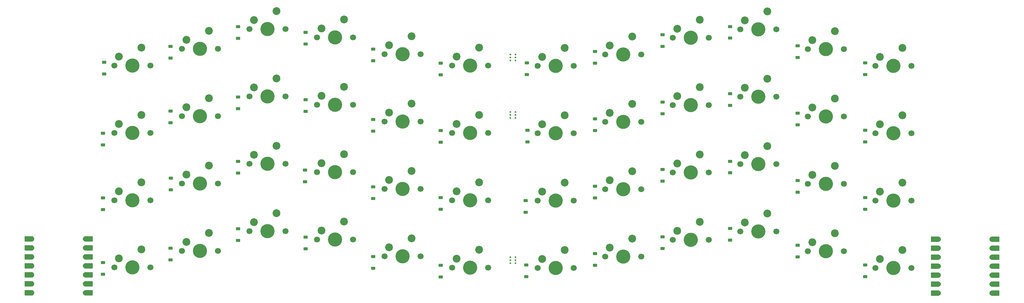
<source format=gbr>
%TF.GenerationSoftware,KiCad,Pcbnew,9.0.7*%
%TF.CreationDate,2026-02-10T15:30:13+05:30*%
%TF.ProjectId,Tao Te Ching,54616f20-5465-4204-9368-696e672e6b69,rev?*%
%TF.SameCoordinates,Original*%
%TF.FileFunction,Soldermask,Top*%
%TF.FilePolarity,Negative*%
%FSLAX46Y46*%
G04 Gerber Fmt 4.6, Leading zero omitted, Abs format (unit mm)*
G04 Created by KiCad (PCBNEW 9.0.7) date 2026-02-10 15:30:13*
%MOMM*%
%LPD*%
G01*
G04 APERTURE LIST*
G04 Aperture macros list*
%AMRoundRect*
0 Rectangle with rounded corners*
0 $1 Rounding radius*
0 $2 $3 $4 $5 $6 $7 $8 $9 X,Y pos of 4 corners*
0 Add a 4 corners polygon primitive as box body*
4,1,4,$2,$3,$4,$5,$6,$7,$8,$9,$2,$3,0*
0 Add four circle primitives for the rounded corners*
1,1,$1+$1,$2,$3*
1,1,$1+$1,$4,$5*
1,1,$1+$1,$6,$7*
1,1,$1+$1,$8,$9*
0 Add four rect primitives between the rounded corners*
20,1,$1+$1,$2,$3,$4,$5,0*
20,1,$1+$1,$4,$5,$6,$7,0*
20,1,$1+$1,$6,$7,$8,$9,0*
20,1,$1+$1,$8,$9,$2,$3,0*%
G04 Aperture macros list end*
%ADD10RoundRect,0.225000X0.375000X-0.225000X0.375000X0.225000X-0.375000X0.225000X-0.375000X-0.225000X0*%
%ADD11C,1.700000*%
%ADD12C,4.000000*%
%ADD13C,2.200000*%
%ADD14C,0.500000*%
%ADD15RoundRect,0.152400X1.063600X0.609600X-1.063600X0.609600X-1.063600X-0.609600X1.063600X-0.609600X0*%
%ADD16C,1.524000*%
%ADD17RoundRect,0.152400X-1.063600X-0.609600X1.063600X-0.609600X1.063600X0.609600X-1.063600X0.609600X0*%
G04 APERTURE END LIST*
D10*
%TO.C,D22*%
X210166250Y-115832500D03*
X210166250Y-112532500D03*
%TD*%
%TO.C,D38*%
X90487500Y-79437500D03*
X90487500Y-76137500D03*
%TD*%
%TO.C,D41*%
X109537500Y-65150000D03*
X109537500Y-61850000D03*
%TD*%
%TO.C,D42*%
X109537500Y-84993750D03*
X109537500Y-81693750D03*
%TD*%
%TO.C,D44*%
X109537500Y-123825000D03*
X109537500Y-120525000D03*
%TD*%
D11*
%TO.C,SW17*%
X232073750Y-99905000D03*
D12*
X237153750Y-99905000D03*
D11*
X242233750Y-99905000D03*
D13*
X239693750Y-94825000D03*
X233343750Y-97365000D03*
%TD*%
D14*
%TO.C,B1*%
X148170000Y-122350000D03*
X149670000Y-122350000D03*
X148170000Y-121500000D03*
X149670000Y-121500000D03*
X148170000Y-120650000D03*
X149670000Y-120650000D03*
%TD*%
D11*
%TO.C,SW30*%
X55595000Y-80765000D03*
D12*
X60675000Y-80765000D03*
D11*
X65755000Y-80765000D03*
D13*
X63215000Y-75685000D03*
X56865000Y-78225000D03*
%TD*%
D10*
%TO.C,D19*%
X152666250Y-126213750D03*
X152666250Y-122913750D03*
%TD*%
D11*
%TO.C,SW38*%
X93725000Y-77592500D03*
D12*
X98805000Y-77592500D03*
D11*
X103885000Y-77592500D03*
D13*
X101345000Y-72512500D03*
X94995000Y-75052500D03*
%TD*%
D10*
%TO.C,D25*%
X33670000Y-68847500D03*
X33670000Y-65547500D03*
%TD*%
%TO.C,D39*%
X90312500Y-99343750D03*
X90312500Y-96043750D03*
%TD*%
%TO.C,D40*%
X90487500Y-118331250D03*
X90487500Y-115031250D03*
%TD*%
D11*
%TO.C,SW12*%
X251123750Y-85607500D03*
D12*
X256203750Y-85607500D03*
D11*
X261283750Y-85607500D03*
D13*
X258743750Y-80527500D03*
X252393750Y-83067500D03*
%TD*%
D10*
%TO.C,D23*%
X229216250Y-120595000D03*
X229216250Y-117295000D03*
%TD*%
D11*
%TO.C,SW33*%
X74665000Y-56153750D03*
D12*
X79745000Y-56153750D03*
D11*
X84825000Y-56153750D03*
D13*
X82285000Y-51073750D03*
X75935000Y-53613750D03*
%TD*%
D11*
%TO.C,SW23*%
X232073750Y-118945000D03*
D12*
X237153750Y-118945000D03*
D11*
X242233750Y-118945000D03*
D13*
X239693750Y-113865000D03*
X233343750Y-116405000D03*
%TD*%
D10*
%TO.C,D16*%
X210166250Y-96845000D03*
X210166250Y-93545000D03*
%TD*%
D15*
%TO.C,U1*%
X268048750Y-115590000D03*
D16*
X268883750Y-115590000D03*
D15*
X268048750Y-118130000D03*
D16*
X268883750Y-118130000D03*
D15*
X268048750Y-120670000D03*
D16*
X268883750Y-120670000D03*
D15*
X268048750Y-123210000D03*
D16*
X268883750Y-123210000D03*
D15*
X268048750Y-125750000D03*
D16*
X268883750Y-125750000D03*
D15*
X268048750Y-128290000D03*
D16*
X268883750Y-128290000D03*
D15*
X268048750Y-130830000D03*
D16*
X268883750Y-130830000D03*
X284123750Y-130830000D03*
D17*
X284958750Y-130830000D03*
D16*
X284123750Y-128290000D03*
D17*
X284958750Y-128290000D03*
D16*
X284123750Y-125750000D03*
D17*
X284958750Y-125750000D03*
D16*
X284123750Y-123210000D03*
D17*
X284958750Y-123210000D03*
D16*
X284123750Y-120670000D03*
D17*
X284958750Y-120670000D03*
D16*
X284123750Y-118130000D03*
D17*
X284958750Y-118130000D03*
D16*
X284123750Y-115590000D03*
D17*
X284958750Y-115590000D03*
%TD*%
D10*
%TO.C,D18*%
X248266250Y-107101250D03*
X248266250Y-103801250D03*
%TD*%
D11*
%TO.C,SW46*%
X131790000Y-85530000D03*
D12*
X136870000Y-85530000D03*
D11*
X141950000Y-85530000D03*
D13*
X139410000Y-80450000D03*
X133060000Y-82990000D03*
%TD*%
D14*
%TO.C,B3*%
X148170000Y-81340000D03*
X149670000Y-81340000D03*
X148170000Y-80490000D03*
X149670000Y-80490000D03*
X148170000Y-79640000D03*
X149670000Y-79640000D03*
%TD*%
D11*
%TO.C,SW28*%
X36540000Y-123582500D03*
D12*
X41620000Y-123582500D03*
D11*
X46700000Y-123582500D03*
D13*
X44160000Y-118502500D03*
X37810000Y-121042500D03*
%TD*%
D11*
%TO.C,SW45*%
X131790000Y-66480000D03*
D12*
X136870000Y-66480000D03*
D11*
X141950000Y-66480000D03*
D13*
X139410000Y-61400000D03*
X133060000Y-63940000D03*
%TD*%
D10*
%TO.C,D35*%
X71437500Y-96900000D03*
X71437500Y-93600000D03*
%TD*%
%TO.C,D24*%
X248266250Y-126151250D03*
X248266250Y-122851250D03*
%TD*%
D11*
%TO.C,SW13*%
X155873750Y-104657500D03*
D12*
X160953750Y-104657500D03*
D11*
X166033750Y-104657500D03*
D13*
X163493750Y-99577500D03*
X157143750Y-102117500D03*
%TD*%
D10*
%TO.C,D17*%
X229216250Y-102276250D03*
X229216250Y-98976250D03*
%TD*%
D11*
%TO.C,SW24*%
X251123750Y-123707500D03*
D12*
X256203750Y-123707500D03*
D11*
X261283750Y-123707500D03*
D13*
X258743750Y-118627500D03*
X252393750Y-121167500D03*
%TD*%
D10*
%TO.C,D14*%
X172066250Y-103926250D03*
X172066250Y-100626250D03*
%TD*%
D11*
%TO.C,SW44*%
X112740000Y-120455000D03*
D12*
X117820000Y-120455000D03*
D11*
X122900000Y-120455000D03*
D13*
X120360000Y-115375000D03*
X114010000Y-117915000D03*
%TD*%
D11*
%TO.C,SW35*%
X74660000Y-94261250D03*
D12*
X79740000Y-94261250D03*
D11*
X84820000Y-94261250D03*
D13*
X82280000Y-89181250D03*
X75930000Y-91721250D03*
%TD*%
D10*
%TO.C,D48*%
X128587500Y-126268750D03*
X128587500Y-122968750D03*
%TD*%
D11*
%TO.C,SW2*%
X174923750Y-63382500D03*
D12*
X180003750Y-63382500D03*
D11*
X185083750Y-63382500D03*
D13*
X182543750Y-58302500D03*
X176193750Y-60842500D03*
%TD*%
D10*
%TO.C,D32*%
X52387500Y-121443750D03*
X52387500Y-118143750D03*
%TD*%
%TO.C,D27*%
X33337500Y-107218750D03*
X33337500Y-103918750D03*
%TD*%
%TO.C,D5*%
X229216250Y-64238750D03*
X229216250Y-60938750D03*
%TD*%
D11*
%TO.C,SW42*%
X112740000Y-82355000D03*
D12*
X117820000Y-82355000D03*
D11*
X122900000Y-82355000D03*
D13*
X120360000Y-77275000D03*
X114010000Y-79815000D03*
%TD*%
D14*
%TO.C,B2*%
X148170000Y-65050000D03*
X149670000Y-65050000D03*
X148170000Y-64200000D03*
X149670000Y-64200000D03*
X148170000Y-63350000D03*
X149670000Y-63350000D03*
%TD*%
D10*
%TO.C,D13*%
X152491250Y-107957500D03*
X152491250Y-104657500D03*
%TD*%
D11*
%TO.C,SW20*%
X174923750Y-120532500D03*
D12*
X180003750Y-120532500D03*
D11*
X185083750Y-120532500D03*
D13*
X182543750Y-115452500D03*
X176193750Y-117992500D03*
%TD*%
D10*
%TO.C,D29*%
X52387500Y-64356250D03*
X52387500Y-61056250D03*
%TD*%
D11*
%TO.C,SW22*%
X213023750Y-113388750D03*
D12*
X218103750Y-113388750D03*
D11*
X223183750Y-113388750D03*
D13*
X220643750Y-108308750D03*
X214293750Y-110848750D03*
%TD*%
D11*
%TO.C,SW43*%
X112740000Y-101405000D03*
D12*
X117820000Y-101405000D03*
D11*
X122900000Y-101405000D03*
D13*
X120360000Y-96325000D03*
X114010000Y-98865000D03*
%TD*%
D10*
%TO.C,D28*%
X33337500Y-125475000D03*
X33337500Y-122175000D03*
%TD*%
D11*
%TO.C,SW11*%
X232073750Y-80845000D03*
D12*
X237153750Y-80845000D03*
D11*
X242233750Y-80845000D03*
D13*
X239693750Y-75765000D03*
X233343750Y-78305000D03*
%TD*%
D10*
%TO.C,D7*%
X153016250Y-88051250D03*
X153016250Y-84751250D03*
%TD*%
D11*
%TO.C,SW4*%
X213023750Y-56238750D03*
D12*
X218103750Y-56238750D03*
D11*
X223183750Y-56238750D03*
D13*
X220643750Y-51158750D03*
X214293750Y-53698750D03*
%TD*%
D11*
%TO.C,SW47*%
X131790000Y-104580000D03*
D12*
X136870000Y-104580000D03*
D11*
X141950000Y-104580000D03*
D13*
X139410000Y-99500000D03*
X133060000Y-102040000D03*
%TD*%
D11*
%TO.C,SW36*%
X74640000Y-113311250D03*
D12*
X79720000Y-113311250D03*
D11*
X84800000Y-113311250D03*
D13*
X82260000Y-108231250D03*
X75910000Y-110771250D03*
%TD*%
D11*
%TO.C,SW9*%
X193973750Y-77670000D03*
D12*
X199053750Y-77670000D03*
D11*
X204133750Y-77670000D03*
D13*
X201593750Y-72590000D03*
X195243750Y-75130000D03*
%TD*%
D11*
%TO.C,SW41*%
X112740000Y-63305000D03*
D12*
X117820000Y-63305000D03*
D11*
X122900000Y-63305000D03*
D13*
X120360000Y-58225000D03*
X114010000Y-60765000D03*
%TD*%
D10*
%TO.C,D6*%
X248266250Y-69001250D03*
X248266250Y-65701250D03*
%TD*%
%TO.C,D8*%
X172066250Y-84876250D03*
X172066250Y-81576250D03*
%TD*%
%TO.C,D1*%
X152841250Y-69001250D03*
X152841250Y-65701250D03*
%TD*%
D11*
%TO.C,SW26*%
X36545000Y-85530000D03*
D12*
X41625000Y-85530000D03*
D11*
X46705000Y-85530000D03*
D13*
X44165000Y-80450000D03*
X37815000Y-82990000D03*
%TD*%
D11*
%TO.C,SW39*%
X93725000Y-96642500D03*
D12*
X98805000Y-96642500D03*
D11*
X103885000Y-96642500D03*
D13*
X101345000Y-91562500D03*
X94995000Y-94102500D03*
%TD*%
D11*
%TO.C,SW48*%
X131790000Y-123630000D03*
D12*
X136870000Y-123630000D03*
D11*
X141950000Y-123630000D03*
D13*
X139410000Y-118550000D03*
X133060000Y-121090000D03*
%TD*%
D11*
%TO.C,SW18*%
X251123750Y-104657500D03*
D12*
X256203750Y-104657500D03*
D11*
X261283750Y-104657500D03*
D13*
X258743750Y-99577500D03*
X252393750Y-102117500D03*
%TD*%
D10*
%TO.C,D45*%
X128587500Y-69118750D03*
X128587500Y-65818750D03*
%TD*%
%TO.C,D21*%
X191116250Y-118213750D03*
X191116250Y-114913750D03*
%TD*%
D11*
%TO.C,SW6*%
X251123750Y-66557500D03*
D12*
X256203750Y-66557500D03*
D11*
X261283750Y-66557500D03*
D13*
X258743750Y-61477500D03*
X252393750Y-64017500D03*
%TD*%
D15*
%TO.C,U2*%
X12368750Y-115533750D03*
D16*
X13203750Y-115533750D03*
D15*
X12368750Y-118073750D03*
D16*
X13203750Y-118073750D03*
D15*
X12368750Y-120613750D03*
D16*
X13203750Y-120613750D03*
D15*
X12368750Y-123153750D03*
D16*
X13203750Y-123153750D03*
D15*
X12368750Y-125693750D03*
D16*
X13203750Y-125693750D03*
D15*
X12368750Y-128233750D03*
D16*
X13203750Y-128233750D03*
D15*
X12368750Y-130773750D03*
D16*
X13203750Y-130773750D03*
X28443750Y-130773750D03*
D17*
X29278750Y-130773750D03*
D16*
X28443750Y-128233750D03*
D17*
X29278750Y-128233750D03*
D16*
X28443750Y-125693750D03*
D17*
X29278750Y-125693750D03*
D16*
X28443750Y-123153750D03*
D17*
X29278750Y-123153750D03*
D16*
X28443750Y-120613750D03*
D17*
X29278750Y-120613750D03*
D16*
X28443750Y-118073750D03*
D17*
X29278750Y-118073750D03*
D16*
X28443750Y-115533750D03*
D17*
X29278750Y-115533750D03*
%TD*%
D10*
%TO.C,D46*%
X128587500Y-88168750D03*
X128587500Y-84868750D03*
%TD*%
%TO.C,D43*%
X109537500Y-104106250D03*
X109537500Y-100806250D03*
%TD*%
D11*
%TO.C,SW7*%
X155873750Y-85607500D03*
D12*
X160953750Y-85607500D03*
D11*
X166033750Y-85607500D03*
D13*
X163493750Y-80527500D03*
X157143750Y-83067500D03*
%TD*%
D10*
%TO.C,D33*%
X71437500Y-58800000D03*
X71437500Y-55500000D03*
%TD*%
%TO.C,D15*%
X191116250Y-99163750D03*
X191116250Y-95863750D03*
%TD*%
%TO.C,D10*%
X210166250Y-77732500D03*
X210166250Y-74432500D03*
%TD*%
%TO.C,D34*%
X71437500Y-78643750D03*
X71437500Y-75343750D03*
%TD*%
D11*
%TO.C,SW15*%
X193973750Y-96720000D03*
D12*
X199053750Y-96720000D03*
D11*
X204133750Y-96720000D03*
D13*
X201593750Y-91640000D03*
X195243750Y-94180000D03*
%TD*%
D10*
%TO.C,D4*%
X210166250Y-58745000D03*
X210166250Y-55445000D03*
%TD*%
D11*
%TO.C,SW1*%
X155873750Y-66557500D03*
D12*
X160953750Y-66557500D03*
D11*
X166033750Y-66557500D03*
D13*
X163493750Y-61477500D03*
X157143750Y-64017500D03*
%TD*%
D11*
%TO.C,SW5*%
X232073750Y-61795000D03*
D12*
X237153750Y-61795000D03*
D11*
X242233750Y-61795000D03*
D13*
X239693750Y-56715000D03*
X233343750Y-59255000D03*
%TD*%
D11*
%TO.C,SW27*%
X36545000Y-104580000D03*
D12*
X41625000Y-104580000D03*
D11*
X46705000Y-104580000D03*
D13*
X44165000Y-99500000D03*
X37815000Y-102040000D03*
%TD*%
D11*
%TO.C,SW8*%
X174923750Y-82432500D03*
D12*
X180003750Y-82432500D03*
D11*
X185083750Y-82432500D03*
D13*
X182543750Y-77352500D03*
X176193750Y-79892500D03*
%TD*%
D11*
%TO.C,SW31*%
X55595000Y-99815000D03*
D12*
X60675000Y-99815000D03*
D11*
X65755000Y-99815000D03*
D13*
X63215000Y-94735000D03*
X56865000Y-97275000D03*
%TD*%
D10*
%TO.C,D30*%
X52387500Y-82675000D03*
X52387500Y-79375000D03*
%TD*%
D11*
%TO.C,SW21*%
X193973750Y-115770000D03*
D12*
X199053750Y-115770000D03*
D11*
X204133750Y-115770000D03*
D13*
X201593750Y-110690000D03*
X195243750Y-113230000D03*
%TD*%
D10*
%TO.C,D3*%
X191116250Y-61063750D03*
X191116250Y-57763750D03*
%TD*%
D11*
%TO.C,SW40*%
X93725000Y-115670000D03*
D12*
X98805000Y-115670000D03*
D11*
X103885000Y-115670000D03*
D13*
X101345000Y-110590000D03*
X94995000Y-113130000D03*
%TD*%
D11*
%TO.C,SW16*%
X213023750Y-94338750D03*
D12*
X218103750Y-94338750D03*
D11*
X223183750Y-94338750D03*
D13*
X220643750Y-89258750D03*
X214293750Y-91798750D03*
%TD*%
D11*
%TO.C,SW37*%
X93725000Y-58542500D03*
D12*
X98805000Y-58542500D03*
D11*
X103885000Y-58542500D03*
D13*
X101345000Y-53462500D03*
X94995000Y-56002500D03*
%TD*%
D11*
%TO.C,SW14*%
X174923750Y-101482500D03*
D12*
X180003750Y-101482500D03*
D11*
X185083750Y-101482500D03*
D13*
X182543750Y-96402500D03*
X176193750Y-98942500D03*
%TD*%
D10*
%TO.C,D37*%
X90487500Y-60387500D03*
X90487500Y-57087500D03*
%TD*%
%TO.C,D2*%
X172066250Y-65826250D03*
X172066250Y-62526250D03*
%TD*%
D11*
%TO.C,SW29*%
X55595000Y-61715000D03*
D12*
X60675000Y-61715000D03*
D11*
X65755000Y-61715000D03*
D13*
X63215000Y-56635000D03*
X56865000Y-59175000D03*
%TD*%
D11*
%TO.C,SW10*%
X213023750Y-75288750D03*
D12*
X218103750Y-75288750D03*
D11*
X223183750Y-75288750D03*
D13*
X220643750Y-70208750D03*
X214293750Y-72748750D03*
%TD*%
D11*
%TO.C,SW32*%
X55595000Y-118865000D03*
D12*
X60675000Y-118865000D03*
D11*
X65755000Y-118865000D03*
D13*
X63215000Y-113785000D03*
X56865000Y-116325000D03*
%TD*%
D10*
%TO.C,D36*%
X71437500Y-115950000D03*
X71437500Y-112650000D03*
%TD*%
%TO.C,D20*%
X172066250Y-122976250D03*
X172066250Y-119676250D03*
%TD*%
%TO.C,D26*%
X33337500Y-88962500D03*
X33337500Y-85662500D03*
%TD*%
D11*
%TO.C,SW3*%
X193973750Y-58620000D03*
D12*
X199053750Y-58620000D03*
D11*
X204133750Y-58620000D03*
D13*
X201593750Y-53540000D03*
X195243750Y-56080000D03*
%TD*%
D11*
%TO.C,SW34*%
X74660000Y-75211250D03*
D12*
X79740000Y-75211250D03*
D11*
X84820000Y-75211250D03*
D13*
X82280000Y-70131250D03*
X75930000Y-72671250D03*
%TD*%
D10*
%TO.C,D12*%
X248266250Y-88051250D03*
X248266250Y-84751250D03*
%TD*%
%TO.C,D11*%
X229216250Y-83288750D03*
X229216250Y-79988750D03*
%TD*%
D11*
%TO.C,SW25*%
X36545000Y-66480000D03*
D12*
X41625000Y-66480000D03*
D11*
X46705000Y-66480000D03*
D13*
X44165000Y-61400000D03*
X37815000Y-63940000D03*
%TD*%
D10*
%TO.C,D47*%
X128587500Y-107156250D03*
X128587500Y-103856250D03*
%TD*%
D11*
%TO.C,SW19*%
X155873750Y-123707500D03*
D12*
X160953750Y-123707500D03*
D11*
X166033750Y-123707500D03*
D13*
X163493750Y-118627500D03*
X157143750Y-121167500D03*
%TD*%
D10*
%TO.C,D31*%
X52481250Y-101662500D03*
X52481250Y-98362500D03*
%TD*%
%TO.C,D9*%
X191116250Y-80113750D03*
X191116250Y-76813750D03*
%TD*%
M02*

</source>
